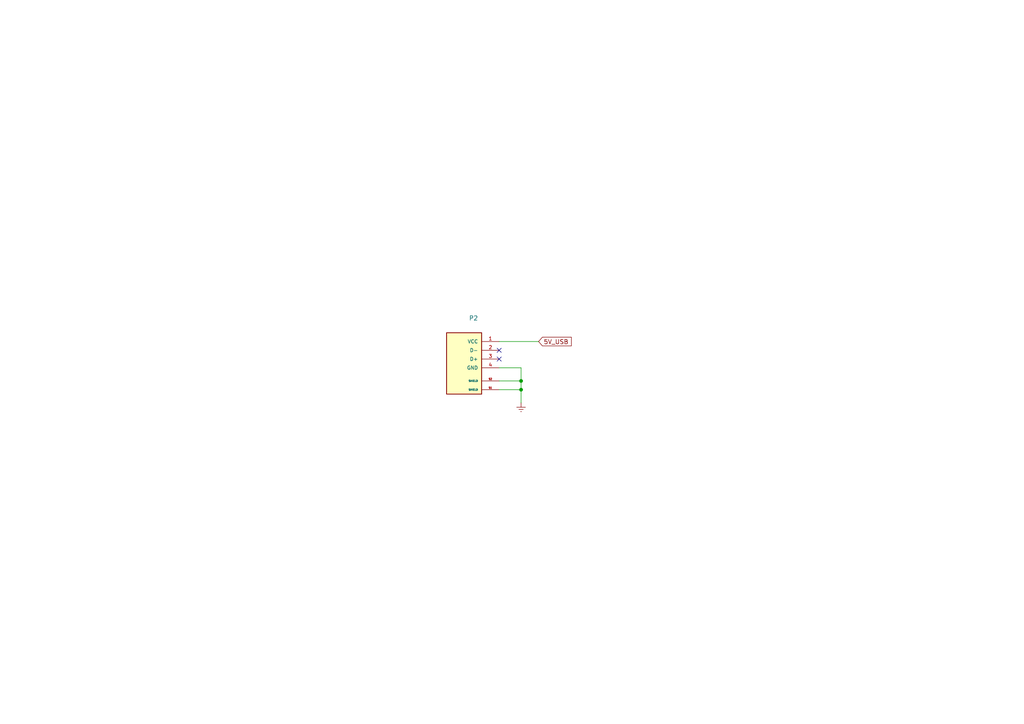
<source format=kicad_sch>
(kicad_sch (version 20211123) (generator eeschema)
  (paper "A4")
  (title_block (title "Liquids Engine Microcontroller USB") (date "2021-06-29") (rev "1.0") (company "Sun Devil Rocketry ") (comment 1 "Author: Colton Acosta"))
  (lib_symbols
    (symbol "Engine-Controller:USB" (pin_names (offset 1.016))
      (property "Reference" "P" (at -5.08 10.922 0))
      (symbol "USB_0_0"
        (rectangle (start -5.08 -7.62) (end 5.08 10.16) (stroke (width 0.254)) (fill (type background)))
        (pin power_out line (at -10.16 7.62 0) (length 5.08) (name "VCC") (number "1"))
        (pin bidirectional line (at -10.16 5.08 0) (length 5.08) (name "D-") (number "2"))
        (pin bidirectional line (at -10.16 2.54 0) (length 5.08) (name "D+") (number "3"))
        (pin power_out line (at -10.16 0 0) (length 5.08) (name "GND") (number "4"))
        (pin passive line (at -10.16 -6.35 0) (length 5.08) (name "SHIELD") (number "S1"))
        (pin passive line (at -10.16 -3.81 0) (length 5.08) (name "SHIELD") (number "S2"))
      )
    )
    (symbol "Flight-Computer-rescue:Earth-power" (power) (pin_names (offset 0))
      (symbol "Earth-power_0_1"
        (polyline (pts (xy -0.635 -1.905) (xy 0.635 -1.905)))
        (polyline (pts (xy -0.127 -2.54) (xy 0.127 -2.54)))
        (polyline (pts (xy 0 -1.27) (xy 0 0)))
        (polyline (pts (xy 1.27 -1.27) (xy -1.27 -1.27)))
      )
      (symbol "Earth-power_1_1"
        (pin power_in line (at 0 0 270) (length 0) hide (name "Earth") (number "1"))
      )
    )
  )
  (junction (at 151.13 110.49))
  (junction (at 151.13 113.03))
  (no_connect (at 144.78 104.14))
  (no_connect (at 144.78 101.6))
  (wire (pts (xy 144.78 99.06) (xy 156.21 99.06)))
  (wire (pts (xy 144.78 110.49) (xy 151.13 110.49)))
  (wire (pts (xy 151.13 106.68) (xy 151.13 110.49)))
  (wire (pts (xy 144.78 113.03) (xy 151.13 113.03)))
  (wire (pts (xy 151.13 113.03) (xy 151.13 116.84)))
  (wire (pts (xy 144.78 106.68) (xy 151.13 106.68)))
  (wire (pts (xy 151.13 110.49) (xy 151.13 113.03)))
  (global_label "5V_USB" (shape input) (at 156.21 99.06 0) (property "Intersheet References" "${INTERSHEET_REFS}" (effects hide)))
  (symbol (lib_id "Flight-Computer-rescue:Earth-power") (at 151.13 116.84 0) (unit 1)
    (property "Reference" "#PWR0110" (effects hide))
  )
  (symbol (lib_id "Engine-Controller:USB") (at 134.62 106.68 0) (mirror y) (unit 1)
    (property "Reference" "P2" (at 137.3378 92.2782 0))
  )
)
</source>
